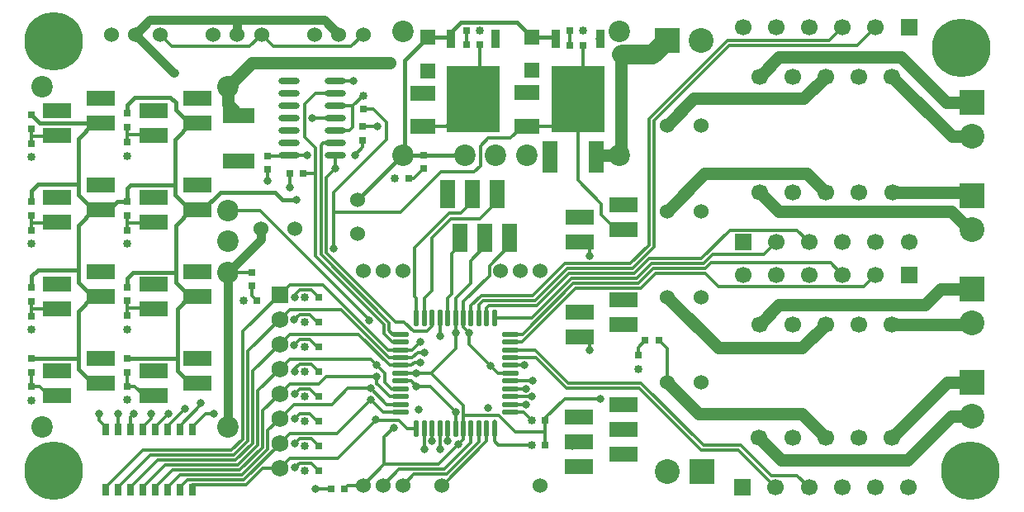
<source format=gtl>
%FSAX25Y25*%
%MOIN*%
G70*
G01*
G75*
G04 Layer_Physical_Order=1*
G04 Layer_Color=255*
%ADD10O,0.06890X0.02165*%
%ADD11O,0.02165X0.06890*%
%ADD12R,0.03740X0.07480*%
%ADD13R,0.21654X0.27165*%
%ADD14R,0.11811X0.05906*%
%ADD15R,0.11811X0.05906*%
%ADD16R,0.02992X0.04921*%
%ADD17O,0.08661X0.02362*%
%ADD18R,0.12500X0.06000*%
%ADD19R,0.10000X0.06000*%
%ADD20R,0.03000X0.03000*%
%ADD21R,0.03000X0.03000*%
%ADD22R,0.05906X0.11811*%
%ADD23R,0.05906X0.11811*%
%ADD24R,0.06000X0.06000*%
%ADD25R,0.06000X0.12500*%
%ADD26C,0.03500*%
%ADD27C,0.01200*%
%ADD28C,0.01500*%
%ADD29C,0.05000*%
%ADD30C,0.08000*%
%ADD31C,0.06000*%
%ADD32C,0.08661*%
%ADD33R,0.10000X0.10000*%
%ADD34C,0.10000*%
%ADD35C,0.06693*%
%ADD36R,0.06693X0.06693*%
%ADD37C,0.06890*%
%ADD38R,0.06890X0.06890*%
%ADD39R,0.10000X0.10000*%
%ADD40C,0.23622*%
%ADD41C,0.03200*%
D10*
X0196244Y-0161480D02*
D03*
Y-0158331D02*
D03*
Y-0155181D02*
D03*
Y-0152032D02*
D03*
Y-0148882D02*
D03*
Y-0145732D02*
D03*
Y-0142583D02*
D03*
Y-0139433D02*
D03*
Y-0136284D02*
D03*
Y-0133134D02*
D03*
Y-0129984D02*
D03*
X0151756D02*
D03*
Y-0133134D02*
D03*
Y-0136284D02*
D03*
Y-0139433D02*
D03*
Y-0142583D02*
D03*
Y-0145732D02*
D03*
Y-0148882D02*
D03*
Y-0152032D02*
D03*
Y-0155181D02*
D03*
Y-0158331D02*
D03*
Y-0161480D02*
D03*
D11*
X0189748Y-0123488D02*
D03*
X0186598D02*
D03*
X0183449D02*
D03*
X0180299D02*
D03*
X0177150D02*
D03*
X0174000D02*
D03*
X0170850D02*
D03*
X0167701D02*
D03*
X0164551D02*
D03*
X0161402D02*
D03*
X0158252D02*
D03*
Y-0167976D02*
D03*
X0161402D02*
D03*
X0164551D02*
D03*
X0167701D02*
D03*
X0170850D02*
D03*
X0174000D02*
D03*
X0177150D02*
D03*
X0180299D02*
D03*
X0183449D02*
D03*
X0186598D02*
D03*
X0189748D02*
D03*
D12*
X0190176Y-0010774D02*
D03*
X0172224D02*
D03*
X0232376D02*
D03*
X0214424D02*
D03*
D13*
X0181200Y-0035184D02*
D03*
X0223400D02*
D03*
D14*
X0052042Y-0039900D02*
D03*
Y-0049900D02*
D03*
X0241658Y-0158500D02*
D03*
X0223942Y-0183500D02*
D03*
Y-0173500D02*
D03*
X0224042Y-0121100D02*
D03*
Y-0131100D02*
D03*
Y-0082900D02*
D03*
Y-0092900D02*
D03*
X0013042Y-0144900D02*
D03*
Y-0154900D02*
D03*
Y-0109900D02*
D03*
Y-0119900D02*
D03*
Y-0074900D02*
D03*
Y-0084900D02*
D03*
Y-0039900D02*
D03*
Y-0049900D02*
D03*
X0052042Y-0144900D02*
D03*
Y-0154900D02*
D03*
Y-0109900D02*
D03*
Y-0119900D02*
D03*
Y-0074900D02*
D03*
Y-0084900D02*
D03*
D15*
X0069758Y-0034900D02*
D03*
Y-0044900D02*
D03*
X0241658Y-0168500D02*
D03*
Y-0178500D02*
D03*
X0223942Y-0163500D02*
D03*
X0241758Y-0116100D02*
D03*
Y-0126100D02*
D03*
Y-0077900D02*
D03*
Y-0087900D02*
D03*
X0030758Y-0139900D02*
D03*
Y-0149900D02*
D03*
Y-0104900D02*
D03*
Y-0114900D02*
D03*
Y-0069900D02*
D03*
Y-0079900D02*
D03*
Y-0034900D02*
D03*
Y-0044900D02*
D03*
X0069758Y-0139900D02*
D03*
Y-0149900D02*
D03*
Y-0104900D02*
D03*
Y-0114900D02*
D03*
Y-0069900D02*
D03*
Y-0079900D02*
D03*
D16*
X0032700Y-0168494D02*
D03*
X0037700D02*
D03*
X0047700Y-0192706D02*
D03*
X0037700D02*
D03*
X0032700D02*
D03*
X0042700Y-0168494D02*
D03*
X0047700D02*
D03*
X0042700Y-0192706D02*
D03*
X0067700Y-0168494D02*
D03*
X0062700D02*
D03*
X0057700D02*
D03*
Y-0192706D02*
D03*
X0062700D02*
D03*
X0067700D02*
D03*
X0052700Y-0168494D02*
D03*
Y-0192706D02*
D03*
D17*
X0125649Y-0057900D02*
D03*
Y-0052900D02*
D03*
Y-0047900D02*
D03*
Y-0042900D02*
D03*
Y-0037900D02*
D03*
Y-0032900D02*
D03*
Y-0027900D02*
D03*
X0106751Y-0057900D02*
D03*
Y-0052900D02*
D03*
Y-0047900D02*
D03*
Y-0042900D02*
D03*
Y-0037900D02*
D03*
Y-0032900D02*
D03*
Y-0027900D02*
D03*
D18*
X0086600Y-0060150D02*
D03*
Y-0041650D02*
D03*
D19*
X0160700Y-0046250D02*
D03*
Y-0032750D02*
D03*
X0202900Y-0046050D02*
D03*
Y-0032550D02*
D03*
D20*
X0118750Y-0185000D02*
D03*
X0113250D02*
D03*
X0256150Y-0132400D02*
D03*
X0250650D02*
D03*
X0225550Y-0013300D02*
D03*
X0220050D02*
D03*
X0183850Y-0013200D02*
D03*
X0178350D02*
D03*
X0149650Y-0067200D02*
D03*
X0155150D02*
D03*
X0088450Y-0116600D02*
D03*
X0093950D02*
D03*
X0225550Y-0007300D02*
D03*
X0220050D02*
D03*
X0183850D02*
D03*
X0178350D02*
D03*
X0204750Y-0174700D02*
D03*
X0210250D02*
D03*
X0204750Y-0164700D02*
D03*
X0210250D02*
D03*
X0107050Y-0065200D02*
D03*
X0112550D02*
D03*
X0129250Y-0192400D02*
D03*
X0123750D02*
D03*
X0118750Y-0115000D02*
D03*
X0113250D02*
D03*
X0118750Y-0125000D02*
D03*
X0113250D02*
D03*
X0118750Y-0135000D02*
D03*
X0113250D02*
D03*
X0118750Y-0145000D02*
D03*
X0113250D02*
D03*
X0118750Y-0155000D02*
D03*
X0113250D02*
D03*
X0118750Y-0165000D02*
D03*
X0113250D02*
D03*
X0118750Y-0175000D02*
D03*
X0113250D02*
D03*
D21*
X0161200Y-0057750D02*
D03*
Y-0063250D02*
D03*
X0091900Y-0105050D02*
D03*
Y-0110550D02*
D03*
X0247700Y-0143950D02*
D03*
Y-0138450D02*
D03*
X0136700Y-0033750D02*
D03*
Y-0039250D02*
D03*
X0136600Y-0051750D02*
D03*
Y-0046250D02*
D03*
X0098200Y-0057950D02*
D03*
Y-0063450D02*
D03*
X0002900Y-0151250D02*
D03*
Y-0156750D02*
D03*
Y-0122750D02*
D03*
Y-0128250D02*
D03*
Y-0088050D02*
D03*
Y-0093550D02*
D03*
Y-0053050D02*
D03*
Y-0058550D02*
D03*
X0041600Y-0151050D02*
D03*
Y-0156550D02*
D03*
Y-0122550D02*
D03*
Y-0128050D02*
D03*
Y-0087950D02*
D03*
Y-0093450D02*
D03*
Y-0052450D02*
D03*
Y-0057950D02*
D03*
X0002900Y-0145350D02*
D03*
Y-0139850D02*
D03*
Y-0116750D02*
D03*
Y-0111250D02*
D03*
Y-0082050D02*
D03*
Y-0076550D02*
D03*
Y-0047050D02*
D03*
Y-0041550D02*
D03*
X0041600Y-0145350D02*
D03*
Y-0139850D02*
D03*
Y-0116550D02*
D03*
Y-0111050D02*
D03*
Y-0081950D02*
D03*
Y-0076450D02*
D03*
Y-0046400D02*
D03*
Y-0040900D02*
D03*
D22*
X0185900Y-0091158D02*
D03*
X0175900D02*
D03*
X0190900Y-0073442D02*
D03*
D23*
X0195900Y-0091158D02*
D03*
X0170900Y-0073442D02*
D03*
X0180900D02*
D03*
D24*
X0204900Y-0023550D02*
D03*
Y-0010050D02*
D03*
X0162700Y-0023650D02*
D03*
Y-0010150D02*
D03*
D25*
X0230750Y-0058500D02*
D03*
X0212250D02*
D03*
D26*
X0044842Y-0009000D02*
X0060142Y-0024300D01*
X0060600D01*
X0095410Y-0091790D02*
Y-0087300D01*
X0082200Y-0105000D02*
X0095410Y-0091790D01*
X0082200Y-0167500D02*
Y-0105000D01*
X0085843Y-0009000D02*
Y-0003200D01*
X0044842Y-0009000D02*
X0050643Y-0003200D01*
X0085843D01*
X0121043D01*
X0126842Y-0009000D01*
D27*
X0187300Y-0050900D02*
X0196200D01*
X0184100Y-0054100D02*
X0187300Y-0050900D01*
X0184100Y-0062000D02*
Y-0054100D01*
X0196200Y-0050900D02*
X0201050Y-0046050D01*
X0124800Y-0072900D02*
X0146100Y-0051600D01*
Y-0044500D01*
X0140850Y-0039250D02*
X0146100Y-0044500D01*
X0124800Y-0080800D02*
Y-0072900D01*
Y-0095500D02*
Y-0080800D01*
X0181600Y-0064500D02*
X0184100Y-0062000D01*
X0136700Y-0039250D02*
X0140850D01*
X0201050Y-0046050D02*
X0202900D01*
X0223400Y-0067900D02*
Y-0035184D01*
Y-0067900D02*
X0232900Y-0077400D01*
Y-0081900D02*
Y-0077400D01*
Y-0081900D02*
X0238900Y-0087900D01*
X0241758D01*
X0170133Y-0046250D02*
X0181200Y-0035184D01*
X0160700Y-0046250D02*
X0170133D01*
X0202900Y-0046050D02*
X0212533D01*
X0121700Y-0097000D02*
Y-0066898D01*
X0117500Y-0098457D02*
X0145200Y-0126157D01*
X0117500Y-0098457D02*
Y-0065200D01*
X0119700Y-0097829D02*
X0147200Y-0125329D01*
X0138600Y-0124500D02*
X0139300D01*
X0138500Y-0124400D02*
X0138600Y-0124500D01*
X0138500Y-0124400D02*
Y-0123500D01*
X0095000Y-0080000D02*
X0138500Y-0123500D01*
X0082200Y-0080000D02*
X0095000D01*
X0117500Y-0192400D02*
X0123750D01*
X0129250D02*
X0130650Y-0191000D01*
X0136900D01*
X0136600Y-0046250D02*
X0142450D01*
X0107050Y-0070650D02*
Y-0065200D01*
X0098200Y-0068100D02*
Y-0063450D01*
X0133400Y-0057800D02*
X0136600Y-0054600D01*
Y-0051750D01*
X0106701Y-0057950D02*
X0106751Y-0057900D01*
X0098200Y-0057950D02*
X0106701D01*
X0117500Y-0065200D02*
Y-0054800D01*
X0112550Y-0065200D02*
X0117500D01*
X0195900Y-0094200D02*
Y-0091158D01*
X0187700Y-0102400D02*
X0195900Y-0094200D01*
X0185900Y-0094400D02*
Y-0091158D01*
X0180000Y-0100300D02*
X0185900Y-0094400D01*
X0171400Y-0081200D02*
X0176200D01*
X0157500Y-0095100D02*
X0171400Y-0081200D01*
X0172000Y-0083600D02*
X0183800D01*
X0164500Y-0091100D02*
X0172000Y-0083600D01*
X0180900Y-0076500D02*
Y-0073442D01*
X0176200Y-0081200D02*
X0180900Y-0076500D01*
X0190900D02*
Y-0073442D01*
X0183800Y-0083600D02*
X0190900Y-0076500D01*
X0172600Y-0097500D02*
X0175900Y-0094200D01*
Y-0091158D01*
X0132400Y-0046500D02*
Y-0037900D01*
X0125649D02*
X0132400D01*
X0157100Y-0128900D02*
X0162500D01*
X0164551Y-0126849D01*
X0121700Y-0066898D02*
X0125649Y-0062949D01*
X0106751Y-0057900D02*
X0114300D01*
X0113200Y-0050500D02*
Y-0037100D01*
Y-0050500D02*
X0117500Y-0054800D01*
X0125649Y-0062949D02*
Y-0057900D01*
Y-0027900D02*
X0132700D01*
X0117400Y-0032900D02*
X0125649D01*
X0113200Y-0037100D02*
X0117400Y-0032900D01*
X0131000Y-0047900D02*
X0132400Y-0046500D01*
X0125649Y-0047900D02*
X0131000D01*
X0116200Y-0042900D02*
X0125649D01*
X0167701Y-0130899D02*
Y-0123488D01*
X0164551Y-0126849D02*
Y-0123488D01*
X0136900Y-0191000D02*
X0145300Y-0182600D01*
X0167100D01*
X0175100Y-0174600D01*
X0174000Y-0135765D02*
Y-0123488D01*
X0218000Y-0156000D02*
X0232400D01*
X0210250Y-0163750D02*
X0218000Y-0156000D01*
X0210250Y-0164700D02*
Y-0163750D01*
Y-0169600D02*
Y-0164700D01*
Y-0174700D02*
Y-0169600D01*
X0177150Y-0162800D02*
Y-0158850D01*
Y-0167976D02*
Y-0162800D01*
X0198200Y-0169600D02*
X0210250D01*
X0191400Y-0162800D02*
X0198200Y-0169600D01*
X0177150Y-0162800D02*
X0191400D01*
X0177150Y-0172550D02*
Y-0167976D01*
X0175100Y-0174600D02*
X0177150Y-0172550D01*
X0062700Y-0167200D02*
X0071300Y-0158600D01*
X0062700Y-0168494D02*
Y-0167200D01*
X0109100Y-0183900D02*
X0111000Y-0182000D01*
X0115750D01*
X0118750Y-0185000D01*
X0109000Y-0174200D02*
X0111200Y-0172000D01*
X0115750D01*
X0118750Y-0175000D01*
X0109100Y-0164000D02*
X0111100Y-0162000D01*
X0115230D01*
X0118230Y-0165000D01*
X0118750D01*
X0109070Y-0154200D02*
X0111270Y-0152000D01*
X0115230D01*
X0118230Y-0155000D01*
X0118750D01*
X0111000Y-0142000D02*
X0115750D01*
X0108400Y-0144600D02*
X0111000Y-0142000D01*
X0108400Y-0144600D02*
X0109000Y-0145200D01*
X0109200D01*
X0115750Y-0142000D02*
X0118750Y-0145000D01*
X0324804Y-0011400D02*
X0330219Y-0005985D01*
X0336190Y-0013400D02*
X0343605Y-0005985D01*
X0206433Y-0139433D02*
X0218700Y-0151700D01*
X0248100D02*
X0273200Y-0176800D01*
X0218700Y-0151700D02*
X0248100D01*
X0248928Y-0149700D02*
X0274028Y-0174800D01*
X0219528Y-0149700D02*
X0248928D01*
X0206112Y-0136284D02*
X0219528Y-0149700D01*
X0164032Y-0145732D02*
X0174000Y-0135765D01*
X0164032Y-0145732D02*
X0177150Y-0158850D01*
X0189748Y-0167976D02*
Y-0165253D01*
X0274028Y-0174800D02*
X0289073D01*
X0288245Y-0176800D02*
X0303321Y-0191876D01*
X0273200Y-0176800D02*
X0288245D01*
X0196244Y-0136284D02*
X0206112D01*
X0196244Y-0139433D02*
X0206433D01*
X0196244Y-0148882D02*
X0205018D01*
X0205059Y-0148841D01*
X0202468Y-0152032D02*
X0202500Y-0152000D01*
X0196244Y-0152032D02*
X0202468D01*
X0196244Y-0155181D02*
X0204981D01*
X0196244Y-0158331D02*
X0202469D01*
X0048400Y-0154900D02*
X0052042D01*
X0044550Y-0151050D02*
X0048400Y-0154900D01*
X0041600Y-0151050D02*
X0044550D01*
X0041600D02*
Y-0145350D01*
Y-0119550D02*
Y-0116550D01*
Y-0122550D02*
Y-0119550D01*
X0051692D01*
X0041600Y-0084950D02*
Y-0081950D01*
Y-0087950D02*
Y-0084950D01*
X0051992D01*
X0041600Y-0049500D02*
Y-0046400D01*
Y-0052450D02*
Y-0049500D01*
X0051642D01*
X0002900Y-0050050D02*
Y-0047050D01*
Y-0053050D02*
Y-0050050D01*
X0012892D01*
X0002900Y-0085000D02*
Y-0082050D01*
Y-0088050D02*
Y-0085000D01*
X0012942D01*
X0002900Y-0119750D02*
Y-0116750D01*
Y-0122750D02*
Y-0119750D01*
X0012892D02*
X0013042Y-0119900D01*
X0002900Y-0119750D02*
X0012892D01*
X0009900Y-0154900D02*
X0013042D01*
X0006250Y-0151250D02*
X0009900Y-0154900D01*
X0002900Y-0151250D02*
X0006250D01*
X0002900D02*
Y-0145350D01*
X0067700Y-0190800D02*
X0089500D01*
X0062700Y-0191770D02*
X0065670Y-0188800D01*
X0088628D01*
X0103000Y-0174428D01*
X0089500Y-0190800D02*
X0096300Y-0184000D01*
X0087800Y-0186800D02*
X0098100Y-0176500D01*
X0062670Y-0186800D02*
X0087800D01*
X0086972Y-0184800D02*
X0096100Y-0175672D01*
X0059670Y-0184800D02*
X0086972D01*
X0086100Y-0182800D02*
X0094100Y-0174800D01*
X0056670Y-0182800D02*
X0086100D01*
X0085272Y-0180800D02*
X0092100Y-0173972D01*
X0053670Y-0180800D02*
X0085272D01*
X0084443Y-0178800D02*
X0090100Y-0173143D01*
X0050670Y-0178800D02*
X0084443D01*
X0083615Y-0176800D02*
X0088100Y-0172315D01*
X0047670Y-0176800D02*
X0083615D01*
X0057700Y-0191770D02*
X0062670Y-0186800D01*
X0052700Y-0191770D02*
X0059670Y-0184800D01*
X0047700Y-0191770D02*
X0056670Y-0182800D01*
X0042700Y-0191770D02*
X0053670Y-0180800D01*
X0037700Y-0191770D02*
X0050670Y-0178800D01*
X0032700Y-0191770D02*
X0047670Y-0176800D01*
X0096300Y-0184000D02*
X0103000D01*
X0090100Y-0173143D02*
Y-0136900D01*
X0088100Y-0172315D02*
Y-0128900D01*
X0064700Y-0160000D02*
X0064900D01*
X0057700Y-0167200D02*
X0064900Y-0160000D01*
X0057700Y-0168494D02*
Y-0167200D01*
X0058157Y-0162100D02*
X0058200D01*
X0052700Y-0167557D02*
X0058157Y-0162100D01*
X0052700Y-0168494D02*
Y-0167557D01*
X0042700Y-0168494D02*
Y-0163600D01*
X0044200Y-0162100D01*
X0037700Y-0168494D02*
Y-0162100D01*
X0032700Y-0168494D02*
Y-0167400D01*
X0030200Y-0164900D02*
X0032700Y-0167400D01*
X0030200Y-0164900D02*
Y-0162100D01*
X0088100Y-0128900D02*
X0103000Y-0114000D01*
X0090100Y-0136900D02*
X0103000Y-0124000D01*
X0092100Y-0144900D02*
X0103000Y-0134000D01*
X0092100Y-0173972D02*
Y-0144900D01*
X0094100Y-0152900D02*
X0103000Y-0144000D01*
X0094100Y-0174800D02*
Y-0152900D01*
X0096100Y-0160900D02*
X0103000Y-0154000D01*
X0096100Y-0175672D02*
Y-0160900D01*
X0098100Y-0168900D02*
X0103000Y-0164000D01*
X0098100Y-0176500D02*
Y-0168900D01*
X0103000Y-0174428D02*
Y-0174000D01*
X0154347Y-0167976D02*
X0158252D01*
X0151000Y-0164630D02*
X0154347Y-0167976D01*
X0103000Y-0184000D02*
X0107000Y-0180000D01*
X0103000Y-0174000D02*
X0107000Y-0170000D01*
X0103000Y-0154000D02*
X0107000Y-0150000D01*
X0103000Y-0144000D02*
X0107000Y-0140000D01*
X0103000Y-0124000D02*
X0107000Y-0120000D01*
X0103000Y-0114000D02*
X0107000Y-0110000D01*
X0224042Y-0131100D02*
X0226900D01*
X0196244Y-0142583D02*
X0201883D01*
X0254200Y-0043828D02*
X0284628Y-0013400D01*
X0336190D01*
X0252200Y-0043000D02*
X0283800Y-0011400D01*
X0324804D01*
X0152700Y-0191000D02*
X0157100Y-0186600D01*
X0144800Y-0191000D02*
X0151200Y-0184600D01*
X0168785Y-0191000D02*
X0186598Y-0173187D01*
X0170357Y-0186600D02*
X0183449Y-0173508D01*
X0169528Y-0184600D02*
X0180299Y-0173829D01*
X0151200Y-0184600D02*
X0169528D01*
X0180299Y-0173829D02*
Y-0167976D01*
X0157100Y-0186600D02*
X0170357D01*
X0183449Y-0173508D02*
Y-0167976D01*
X0168500Y-0191000D02*
X0168785D01*
X0186598Y-0173187D02*
Y-0167976D01*
X0170850Y-0172950D02*
Y-0167976D01*
X0167701Y-0176599D02*
Y-0167976D01*
X0164551Y-0172951D02*
Y-0167976D01*
X0161402Y-0176498D02*
Y-0167976D01*
X0191232Y-0145732D02*
X0196244D01*
X0188300Y-0142800D02*
X0191232Y-0145732D01*
X0228300Y-0136550D02*
Y-0132300D01*
Y-0098500D02*
Y-0093200D01*
X0151756Y-0148882D02*
X0156032D01*
X0158300Y-0151150D01*
X0177150Y-0127200D02*
Y-0123488D01*
Y-0127200D02*
X0179550Y-0129600D01*
X0151756Y-0145732D02*
X0164032D01*
X0174000Y-0167976D02*
Y-0161300D01*
X0201530Y-0161480D02*
X0204750Y-0164700D01*
X0196244Y-0161480D02*
X0201530D01*
X0189748Y-0173148D02*
Y-0167976D01*
Y-0173148D02*
X0191300Y-0174700D01*
X0204750D01*
X0103000Y-0134000D02*
X0107000Y-0130000D01*
X0115750Y-0112000D02*
X0118750Y-0115000D01*
X0111000Y-0112000D02*
X0115750D01*
X0109000Y-0114000D02*
X0111000Y-0112000D01*
X0109000Y-0115000D02*
Y-0114000D01*
X0118230Y-0125000D02*
X0118750D01*
X0115230Y-0122000D02*
X0118230Y-0125000D01*
X0111000Y-0122000D02*
X0115230D01*
X0108900Y-0124100D02*
X0111000Y-0122000D01*
X0118230Y-0135000D02*
X0118750D01*
X0115230Y-0132000D02*
X0118230Y-0135000D01*
X0111200Y-0132000D02*
X0115230D01*
X0108900Y-0134300D02*
X0111200Y-0132000D01*
X0132400Y-0037900D02*
X0132550D01*
X0136700Y-0033750D01*
X0067700Y-0168494D02*
Y-0167400D01*
X0073100Y-0162000D01*
X0076400D01*
X0047700Y-0168494D02*
Y-0167500D01*
X0051200Y-0164000D01*
Y-0162100D01*
X0103000Y-0164000D02*
X0108669Y-0158331D01*
X0107000Y-0180000D02*
X0126500D01*
X0141870Y-0164630D01*
X0151000D01*
X0145300Y-0182600D02*
Y-0171600D01*
X0149100Y-0167800D01*
X0147200Y-0128600D02*
Y-0125329D01*
X0145200Y-0129700D02*
Y-0126157D01*
X0054685Y-0009000D02*
X0059585Y-0013900D01*
X0090785D01*
X0095685Y-0009000D01*
X0100585Y-0013900D01*
X0131785D01*
X0136685Y-0009000D01*
X0119700Y-0097829D02*
Y-0053800D01*
X0120600Y-0052900D01*
X0125649D01*
X0157500Y-0114700D02*
Y-0095100D01*
Y-0114700D02*
X0158252Y-0115452D01*
Y-0123488D02*
Y-0115452D01*
X0161402Y-0123488D02*
Y-0115398D01*
X0164500Y-0112300D01*
Y-0091100D01*
X0170850Y-0123488D02*
Y-0115450D01*
X0172600Y-0113700D01*
Y-0097500D01*
X0174000Y-0123488D02*
Y-0115500D01*
X0180000Y-0109500D01*
Y-0100300D01*
X0177150Y-0123488D02*
Y-0116850D01*
X0187700Y-0106300D01*
Y-0102400D01*
X0183449Y-0123488D02*
Y-0118251D01*
X0185200Y-0116500D01*
X0180299Y-0118572D02*
X0184372Y-0114500D01*
X0180299Y-0123488D02*
Y-0118572D01*
X0186598Y-0123488D02*
Y-0119402D01*
X0187500Y-0118500D01*
X0254200Y-0094783D02*
Y-0043828D01*
X0252200Y-0093954D02*
Y-0043000D01*
X0244654Y-0101500D02*
X0252200Y-0093954D01*
X0245483Y-0103500D02*
X0254200Y-0094783D01*
X0248796Y-0111500D02*
X0254796Y-0105500D01*
X0247968Y-0109500D02*
X0253968Y-0103500D01*
X0247140Y-0107500D02*
X0253140Y-0101500D01*
X0246311Y-0105500D02*
X0252311Y-0099500D01*
X0289073Y-0174800D02*
X0301373Y-0187100D01*
X0311931D01*
X0316707Y-0191876D01*
X0338790Y-0110800D02*
X0343605Y-0105985D01*
X0325434Y-0101200D02*
X0330219Y-0105985D01*
X0311981Y-0088000D02*
X0316881Y-0092900D01*
X0298595Y-0097800D02*
X0303495Y-0092900D01*
X0253968Y-0103500D02*
X0274900D01*
X0277200Y-0101200D01*
X0325434D01*
X0253140Y-0101500D02*
X0274072D01*
X0252311Y-0099500D02*
X0273243D01*
X0284743Y-0088000D01*
X0274072Y-0101500D02*
X0277772Y-0097800D01*
X0298595D01*
X0284743Y-0088000D02*
X0311981D01*
X0254796Y-0105500D02*
X0274700D01*
X0280000Y-0110800D01*
X0338790D01*
X0184372Y-0114500D02*
X0205300D01*
X0218300Y-0101500D01*
X0244654D01*
X0206128Y-0116500D02*
X0219128Y-0103500D01*
X0245483D01*
X0206957Y-0118500D02*
X0219957Y-0105500D01*
X0246311D01*
X0220785Y-0107500D02*
X0247140D01*
X0221614Y-0109500D02*
X0247968D01*
X0222442Y-0111500D02*
X0248796D01*
X0200808Y-0133134D02*
X0222442Y-0111500D01*
X0201129Y-0129984D02*
X0221614Y-0109500D01*
X0204797Y-0123488D02*
X0220785Y-0107500D01*
X0185200Y-0116500D02*
X0206128D01*
X0187500Y-0118500D02*
X0206957D01*
X0189748Y-0123488D02*
X0204797D01*
X0196244Y-0129984D02*
X0201129D01*
X0196244Y-0133134D02*
X0200808D01*
X0121700Y-0097000D02*
X0149699Y-0125000D01*
X0153200D01*
X0157100Y-0128900D01*
X0158300Y-0151150D02*
X0163850D01*
X0174000Y-0161300D01*
X0179550Y-0134050D02*
Y-0129600D01*
Y-0134050D02*
X0188300Y-0142800D01*
X0147200Y-0128600D02*
X0148584Y-0129984D01*
X0151756D01*
X0145200Y-0129700D02*
X0148634Y-0133134D01*
X0151756D01*
X0107000Y-0120000D02*
X0127729D01*
X0107000Y-0130000D02*
X0134900D01*
X0147483Y-0142583D01*
X0147162Y-0139433D02*
X0151756D01*
X0120557Y-0110000D02*
X0146841Y-0136284D01*
X0151756D01*
X0107000Y-0110000D02*
X0120557D01*
X0147483Y-0142583D02*
X0151756D01*
X0127729Y-0120000D02*
X0147162Y-0139433D01*
X0151756Y-0136284D02*
X0156648D01*
X0159772Y-0133160D01*
X0151756Y-0139433D02*
X0156567D01*
X0158700Y-0137300D01*
X0161500D01*
X0151756Y-0142583D02*
X0156246D01*
X0157528Y-0141300D01*
X0159800D01*
X0107000Y-0140000D02*
X0139700D01*
X0142100Y-0142400D01*
X0147381Y-0155181D02*
X0151756D01*
X0107000Y-0150000D02*
X0118730D01*
X0121730Y-0147000D02*
X0142000D01*
Y-0149800D02*
Y-0147000D01*
X0118730Y-0150000D02*
X0121730Y-0147000D01*
X0142000Y-0149800D02*
X0142300Y-0150100D01*
X0142343D01*
X0144100Y-0151857D01*
Y-0151900D02*
Y-0151857D01*
Y-0151900D02*
X0147381Y-0155181D01*
X0146231Y-0158331D02*
X0151756D01*
X0139700Y-0151800D02*
X0146231Y-0158331D01*
X0108669D02*
X0124007D01*
X0130538Y-0151800D01*
X0139700D01*
X0107000Y-0170000D02*
X0126200D01*
X0139800Y-0156400D01*
X0144880Y-0161480D01*
X0151756D01*
X0148031Y-0152032D02*
X0151756D01*
X0145400Y-0149400D02*
X0148031Y-0152032D01*
X0145400Y-0149400D02*
Y-0145700D01*
X0142100Y-0142400D02*
X0145400Y-0145700D01*
X0124800Y-0080800D02*
X0151800D01*
X0168100Y-0064500D01*
X0181600D01*
X0157250Y-0067200D02*
X0161200Y-0063250D01*
X0155150Y-0067200D02*
X0157250D01*
X0256150Y-0132400D02*
X0259410Y-0135660D01*
Y-0149600D02*
Y-0135660D01*
X0247700Y-0135350D02*
X0250650Y-0132400D01*
X0247700Y-0138450D02*
Y-0135350D01*
X0082200Y-0105000D02*
X0091850D01*
X0091900Y-0114550D02*
Y-0110550D01*
Y-0114550D02*
X0093950Y-0116600D01*
X0225550Y-0033033D02*
Y-0013300D01*
X0220050D02*
Y-0007300D01*
X0183850Y-0032533D02*
Y-0013200D01*
X0178350D02*
Y-0007300D01*
D28*
X0152800Y-0057700D02*
X0177800D01*
X0152510D02*
X0152800D01*
X0079000Y-0072700D02*
X0101300D01*
X0071800Y-0079900D02*
X0079000Y-0072700D01*
X0069758Y-0079900D02*
X0071800D01*
X0104210Y-0075610D02*
X0109890D01*
X0101300Y-0072700D02*
X0104210Y-0075610D01*
X0030758Y-0079900D02*
X0034100D01*
X0037550Y-0076450D01*
X0041600D01*
X0198850Y-0004000D02*
X0204900Y-0010050D01*
X0213700D01*
X0171600Y-0010150D02*
X0172224Y-0010774D01*
X0162700Y-0010150D02*
X0171600D01*
X0134600Y-0075610D02*
X0152510Y-0057700D01*
X0021800Y-0069400D02*
Y-0051000D01*
Y-0073800D02*
Y-0069400D01*
X0005500D02*
X0021800D01*
X0002900Y-0072000D02*
X0005500Y-0069400D01*
X0002900Y-0076550D02*
Y-0072000D01*
X0021700Y-0104000D02*
Y-0086000D01*
Y-0109100D02*
Y-0104000D01*
X0005400D02*
X0021700D01*
X0002900Y-0106500D02*
X0005400Y-0104000D01*
X0002900Y-0111250D02*
Y-0106500D01*
X0021700Y-0144100D02*
Y-0120800D01*
X0002900Y-0139850D02*
X0021650D01*
X0027500Y-0114900D02*
X0027600D01*
X0027500Y-0149900D02*
X0030758D01*
X0021700Y-0144100D02*
X0027500Y-0149900D01*
X0021700Y-0120800D02*
X0027600Y-0114900D01*
X0030758D01*
X0027900Y-0079900D02*
X0030758D01*
X0027800D02*
X0027900D01*
X0021700Y-0109100D02*
X0027500Y-0114900D01*
X0021700Y-0086000D02*
X0027800Y-0079900D01*
X0006250Y-0044900D02*
X0027900D01*
X0021800Y-0073800D02*
X0027900Y-0079900D01*
X0021800Y-0051000D02*
X0027900Y-0044900D01*
X0030758D01*
X0034100D01*
X0002900Y-0041550D02*
X0006250Y-0044900D01*
X0067100D02*
X0069758D01*
X0066400D02*
X0067100D01*
X0061000Y-0039500D02*
X0066400Y-0044900D01*
X0061000Y-0039500D02*
Y-0036400D01*
X0058900Y-0034300D02*
X0061000Y-0036400D01*
X0044600Y-0034300D02*
X0058900D01*
X0041600Y-0037300D02*
X0044600Y-0034300D01*
X0041600Y-0040900D02*
Y-0037300D01*
X0060700Y-0069800D02*
Y-0051300D01*
Y-0073800D02*
Y-0069800D01*
X0042800D02*
X0060700D01*
X0041600Y-0071000D02*
X0042800Y-0069800D01*
X0041600Y-0076450D02*
Y-0071000D01*
X0061100Y-0105200D02*
Y-0086000D01*
Y-0109100D02*
Y-0105200D01*
X0043900D02*
X0061100D01*
X0041600Y-0107500D02*
X0043900Y-0105200D01*
X0041600Y-0111050D02*
Y-0107500D01*
X0061800Y-0144800D02*
Y-0119700D01*
X0041600Y-0139850D02*
X0061550D01*
X0067200Y-0079900D02*
X0069758D01*
X0066800D02*
X0067200D01*
X0060700Y-0051300D02*
X0067100Y-0044900D01*
X0060700Y-0073800D02*
X0066800Y-0079900D01*
X0066600Y-0114900D02*
X0066900D01*
X0061100Y-0086000D02*
X0067200Y-0079900D01*
X0061100Y-0109100D02*
X0066900Y-0114900D01*
X0069758D01*
X0061800Y-0119700D02*
X0066600Y-0114900D01*
X0061800Y-0144800D02*
X0066900Y-0149900D01*
X0069758D01*
X0153450Y-0019400D02*
X0162700Y-0010150D01*
X0152800Y-0057700D02*
X0153450Y-0057050D01*
Y-0019400D01*
X0172224Y-0010774D02*
Y-0007976D01*
X0176200Y-0004000D01*
X0198850D01*
D29*
X0296628Y-0171876D02*
X0305452Y-0180700D01*
X0350171Y-0171876D02*
X0372648Y-0149400D01*
X0382400D01*
X0350297Y-0125985D02*
X0381928D01*
X0382400Y-0125513D01*
X0296754Y-0125985D02*
X0304639Y-0118100D01*
X0363600D01*
X0369967Y-0111733D01*
X0382400D01*
X0305452Y-0180700D02*
X0356600D01*
X0374120Y-0163180D01*
X0382400D01*
X0296802Y-0072900D02*
X0304502Y-0080600D01*
X0374266D01*
X0381513Y-0087846D01*
X0382400D01*
X0350346Y-0072900D02*
X0381233D01*
X0382400Y-0074067D01*
X0296754Y-0025985D02*
X0304539Y-0018200D01*
X0353800D01*
X0372000Y-0036400D01*
X0382400D01*
X0350297Y-0025985D02*
X0374492Y-0050180D01*
X0382400D01*
X0259410Y-0115000D02*
X0280010Y-0135600D01*
X0313911D01*
X0323526Y-0125985D01*
X0259410Y-0149600D02*
X0272010Y-0162200D01*
X0313723D01*
X0323400Y-0171876D01*
X0259410Y-0080400D02*
X0274610Y-0065200D01*
X0315874D01*
X0323574Y-0072900D01*
X0259410Y-0045800D02*
X0270310Y-0034900D01*
X0314611D01*
X0323526Y-0025985D01*
X0082200Y-0030000D02*
X0091700Y-0020500D01*
X0147400D01*
X0082200Y-0037250D02*
X0086600Y-0041650D01*
X0082200Y-0037250D02*
Y-0030000D01*
X0231550Y-0057700D02*
X0240800D01*
Y-0017100D01*
D30*
X0253600D02*
X0259400Y-0011300D01*
X0241200Y-0017100D02*
X0253600D01*
D31*
X0208000Y-0104400D02*
D03*
X0168500Y-0191000D02*
D03*
X0152700D02*
D03*
X0144800D02*
D03*
X0136900D02*
D03*
Y-0104400D02*
D03*
X0144800D02*
D03*
X0152700D02*
D03*
X0192200D02*
D03*
X0200100D02*
D03*
X0208000Y-0191000D02*
D03*
X0054685Y-0009000D02*
D03*
X0044842D02*
D03*
X0035000D02*
D03*
X0109190Y-0087300D02*
D03*
X0095410D02*
D03*
X0095685Y-0009000D02*
D03*
X0085843D02*
D03*
X0076000D02*
D03*
X0136685D02*
D03*
X0126842D02*
D03*
X0117000D02*
D03*
X0273190Y-0045800D02*
D03*
X0259410D02*
D03*
X0273190Y-0080400D02*
D03*
X0259410D02*
D03*
X0273190Y-0115000D02*
D03*
X0259410D02*
D03*
X0273190Y-0149600D02*
D03*
X0259410D02*
D03*
X0134600Y-0089390D02*
D03*
Y-0075610D02*
D03*
D32*
X0082200Y-0092500D02*
D03*
X0007200Y-0030000D02*
D03*
Y-0167500D02*
D03*
X0082200D02*
D03*
Y-0105000D02*
D03*
Y-0080000D02*
D03*
Y-0030000D02*
D03*
X0190300Y-0057700D02*
D03*
X0240300Y-0007700D02*
D03*
X0152800D02*
D03*
Y-0057700D02*
D03*
X0177800D02*
D03*
X0202800D02*
D03*
X0240300D02*
D03*
D33*
X0273400Y-0185300D02*
D03*
X0259400Y-0011300D02*
D03*
D34*
X0259620Y-0185300D02*
D03*
X0382400Y-0050180D02*
D03*
Y-0087846D02*
D03*
Y-0125513D02*
D03*
Y-0163180D02*
D03*
X0273180Y-0011300D02*
D03*
D35*
X0330093Y-0191876D02*
D03*
X0323400Y-0171876D02*
D03*
X0316707Y-0191876D02*
D03*
X0310014Y-0171876D02*
D03*
X0303321Y-0191876D02*
D03*
X0296628Y-0171876D02*
D03*
X0356864Y-0191876D02*
D03*
X0350171Y-0171876D02*
D03*
X0343479Y-0191876D02*
D03*
X0336786Y-0171876D02*
D03*
X0316833Y-0005985D02*
D03*
X0323526Y-0025985D02*
D03*
X0330219Y-0005985D02*
D03*
X0336912Y-0025985D02*
D03*
X0343605Y-0005985D02*
D03*
X0350297Y-0025985D02*
D03*
X0290061Y-0005985D02*
D03*
X0296754Y-0025985D02*
D03*
X0303447Y-0005985D02*
D03*
X0310140Y-0025985D02*
D03*
X0330267Y-0092900D02*
D03*
X0323574Y-0072900D02*
D03*
X0316881Y-0092900D02*
D03*
X0310188Y-0072900D02*
D03*
X0303495Y-0092900D02*
D03*
X0296802Y-0072900D02*
D03*
X0357039Y-0092900D02*
D03*
X0350346Y-0072900D02*
D03*
X0343653Y-0092900D02*
D03*
X0336960Y-0072900D02*
D03*
X0316833Y-0105985D02*
D03*
X0323526Y-0125985D02*
D03*
X0330219Y-0105985D02*
D03*
X0336912Y-0125985D02*
D03*
X0343605Y-0105985D02*
D03*
X0350297Y-0125985D02*
D03*
X0290061Y-0105985D02*
D03*
X0296754Y-0125985D02*
D03*
X0303447Y-0105985D02*
D03*
X0310140Y-0125985D02*
D03*
D36*
X0289935Y-0191876D02*
D03*
X0356990Y-0005985D02*
D03*
X0290109Y-0092900D02*
D03*
X0356990Y-0105985D02*
D03*
D37*
X0103000Y-0174000D02*
D03*
Y-0164000D02*
D03*
Y-0154000D02*
D03*
Y-0144000D02*
D03*
Y-0134000D02*
D03*
Y-0124000D02*
D03*
Y-0184000D02*
D03*
D38*
Y-0114000D02*
D03*
D39*
X0382400Y-0036400D02*
D03*
Y-0074067D02*
D03*
Y-0111733D02*
D03*
Y-0149400D02*
D03*
D40*
X0011811Y-0011811D02*
D03*
X0378100Y-0014500D02*
D03*
X0381890Y-0185039D02*
D03*
X0011811D02*
D03*
D41*
X0060600Y-0024300D02*
D03*
X0212250Y-0058500D02*
D03*
X0149100Y-0167800D02*
D03*
X0124800Y-0095500D02*
D03*
X0139300Y-0124500D02*
D03*
X0160700Y-0046250D02*
D03*
X0086600Y-0060150D02*
D03*
X0109890Y-0075610D02*
D03*
X0160700Y-0032750D02*
D03*
X0162700Y-0023650D02*
D03*
X0202900Y-0032550D02*
D03*
X0204900Y-0023550D02*
D03*
X0041600Y-0057950D02*
D03*
Y-0128050D02*
D03*
Y-0156550D02*
D03*
X0069758Y-0139900D02*
D03*
Y-0069900D02*
D03*
Y-0034900D02*
D03*
X0030758D02*
D03*
X0002900Y-0058550D02*
D03*
Y-0093550D02*
D03*
Y-0128250D02*
D03*
Y-0156750D02*
D03*
X0069758Y-0104900D02*
D03*
X0041600Y-0093450D02*
D03*
X0030758Y-0069900D02*
D03*
Y-0104900D02*
D03*
Y-0139900D02*
D03*
X0117500Y-0192400D02*
D03*
X0142450Y-0046250D02*
D03*
X0107050Y-0070650D02*
D03*
X0098200Y-0068100D02*
D03*
X0195900Y-0091158D02*
D03*
X0185900Y-0091158D02*
D03*
X0175900D02*
D03*
X0133400Y-0057800D02*
D03*
X0114300Y-0057900D02*
D03*
X0125649Y-0062949D02*
D03*
X0132700Y-0027900D02*
D03*
X0116200Y-0042900D02*
D03*
X0167701Y-0130899D02*
D03*
X0232400Y-0156000D02*
D03*
X0071300Y-0157800D02*
D03*
X0109100Y-0183900D02*
D03*
X0109000Y-0174200D02*
D03*
X0109100Y-0164000D02*
D03*
X0109070Y-0154200D02*
D03*
X0109200Y-0145200D02*
D03*
X0113250Y-0115000D02*
D03*
Y-0125000D02*
D03*
Y-0135000D02*
D03*
Y-0145000D02*
D03*
Y-0155000D02*
D03*
Y-0165000D02*
D03*
Y-0175000D02*
D03*
Y-0185000D02*
D03*
X0052042Y-0144900D02*
D03*
X0013042D02*
D03*
Y-0109900D02*
D03*
X0052042D02*
D03*
Y-0074900D02*
D03*
Y-0039900D02*
D03*
X0013042D02*
D03*
Y-0074900D02*
D03*
X0076400Y-0162000D02*
D03*
X0064700Y-0160000D02*
D03*
X0058200Y-0162100D02*
D03*
X0051200D02*
D03*
X0044200D02*
D03*
X0037700D02*
D03*
X0030200D02*
D03*
X0170850Y-0172950D02*
D03*
X0167701Y-0176599D02*
D03*
X0164551Y-0172951D02*
D03*
X0161402Y-0176498D02*
D03*
X0221250Y-0182000D02*
D03*
Y-0175000D02*
D03*
Y-0162000D02*
D03*
X0244650Y-0167000D02*
D03*
X0244450Y-0157000D02*
D03*
X0241658Y-0178500D02*
D03*
X0201883Y-0142583D02*
D03*
X0188300Y-0142800D02*
D03*
X0202469Y-0158331D02*
D03*
X0204981Y-0155181D02*
D03*
X0202500Y-0152000D02*
D03*
X0205059Y-0148841D02*
D03*
X0228300Y-0136550D02*
D03*
X0241800Y-0116900D02*
D03*
Y-0125300D02*
D03*
X0228300Y-0119900D02*
D03*
Y-0098500D02*
D03*
X0228200Y-0081500D02*
D03*
X0241800Y-0078700D02*
D03*
Y-0087200D02*
D03*
X0158300Y-0145650D02*
D03*
Y-0151150D02*
D03*
X0174050Y-0129600D02*
D03*
X0179550D02*
D03*
X0159200Y-0160600D02*
D03*
X0204758Y-0174700D02*
D03*
Y-0164700D02*
D03*
X0175100Y-0174600D02*
D03*
X0174000Y-0161300D02*
D03*
X0187042Y-0159700D02*
D03*
X0109000Y-0115000D02*
D03*
X0108900Y-0124100D02*
D03*
Y-0134300D02*
D03*
X0136700Y-0033750D02*
D03*
X0147400Y-0020500D02*
D03*
X0240800Y-0017100D02*
D03*
X0190100Y-0010700D02*
D03*
X0232300D02*
D03*
X0159772Y-0133160D02*
D03*
X0161500Y-0137300D02*
D03*
X0159800Y-0141300D02*
D03*
X0142100Y-0142400D02*
D03*
X0142000Y-0147000D02*
D03*
X0139700Y-0151800D02*
D03*
X0139800Y-0156400D02*
D03*
X0141800Y-0164600D02*
D03*
X0149650Y-0067200D02*
D03*
X0247700Y-0143950D02*
D03*
X0088450Y-0116600D02*
D03*
X0225550Y-0007300D02*
D03*
X0183850D02*
D03*
M02*

</source>
